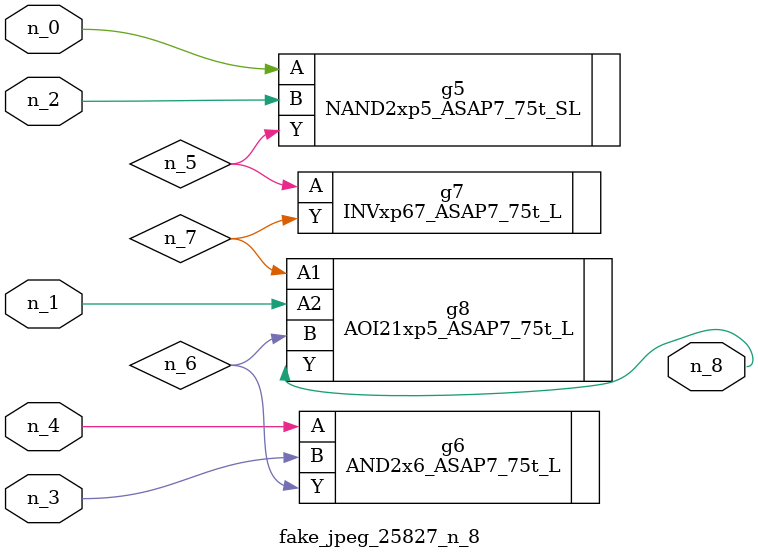
<source format=v>
module fake_jpeg_25827_n_8 (n_3, n_2, n_1, n_0, n_4, n_8);

input n_3;
input n_2;
input n_1;
input n_0;
input n_4;

output n_8;

wire n_6;
wire n_5;
wire n_7;

NAND2xp5_ASAP7_75t_SL g5 ( 
.A(n_0),
.B(n_2),
.Y(n_5)
);

AND2x6_ASAP7_75t_L g6 ( 
.A(n_4),
.B(n_3),
.Y(n_6)
);

INVxp67_ASAP7_75t_L g7 ( 
.A(n_5),
.Y(n_7)
);

AOI21xp5_ASAP7_75t_L g8 ( 
.A1(n_7),
.A2(n_1),
.B(n_6),
.Y(n_8)
);


endmodule
</source>
